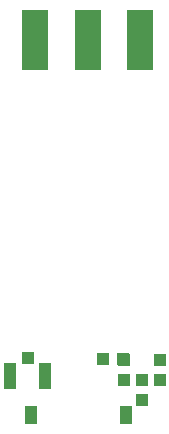
<source format=gtp>
G75*
G70*
%OFA0B0*%
%FSLAX24Y24*%
%IPPOS*%
%LPD*%
%AMOC8*
5,1,8,0,0,1.08239X$1,22.5*
%
%ADD10R,0.0394X0.0433*%
%ADD11R,0.0413X0.0866*%
%ADD12R,0.0394X0.0413*%
%ADD13R,0.0433X0.0394*%
%ADD14R,0.0394X0.0591*%
%ADD15R,0.0900X0.2000*%
D10*
X006187Y001898D03*
X006187Y002568D03*
X006787Y001888D03*
X006787Y001218D03*
X007387Y001898D03*
X007387Y002568D03*
D11*
X002406Y002033D03*
X003567Y002033D03*
D12*
X002987Y002634D03*
D13*
X005512Y002593D03*
X006181Y002593D03*
D14*
X006261Y000733D03*
X003112Y000733D03*
D15*
X003247Y013233D03*
X004987Y013233D03*
X006727Y013233D03*
M02*

</source>
